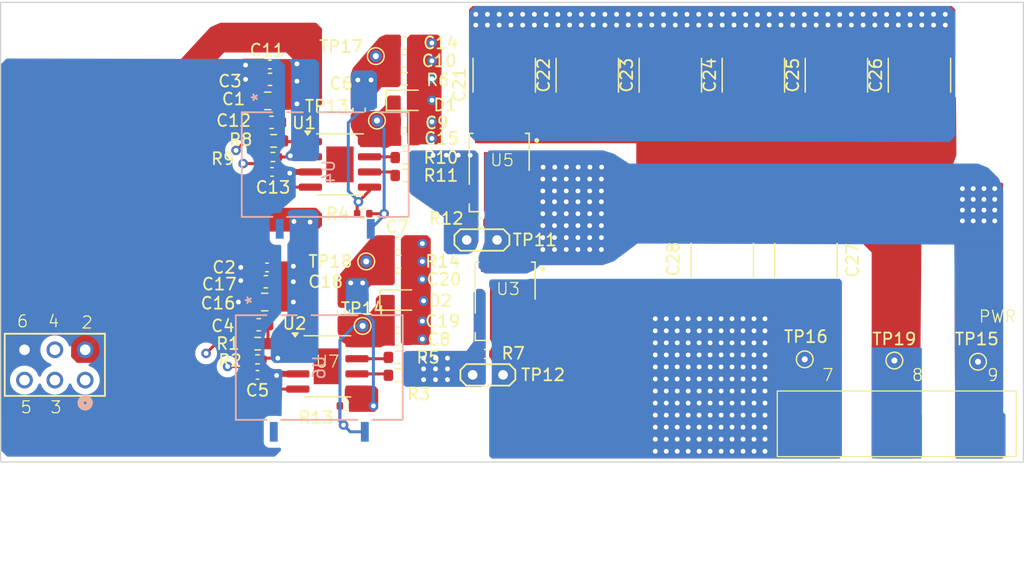
<source format=kicad_pcb>
(kicad_pcb (version 20240108) (generator "pcbnew") (generator_version "8.0")
  (layers (0 "F.Cu" signal) (1 "In1.Cu" signal) (2 "In2.Cu" signal) (31 "B.Cu" signal) (34 "B.Paste" user) (35 "F.Paste" user) (36 "B.SilkS" user "B.Silkscreen") (37 "F.SilkS" user "F.Silkscreen") (38 "B.Mask" user) (39 "F.Mask" user) (44 "Edge.Cuts" user))
  (net 0 "")
  (net 1 "DC+")
  (net 2 "DC-")
  (net 3 "VEEL")
  (net 4 "GND")
  (net 5 "Net-(U1-VO+)")
  (net 6 "ENABLEH")
  (net 7 "VEEH")
  (net 8 "Net-(U1-VI)")
  (net 9 "Net-(U1-VO-)")
  (net 10 "VCC+5V")
  (net 11 "VDDH")
  (net 12 "Net-(U2-VO+)")
  (net 13 "VDDL")
  (net 14 "Net-(U2-VI)")
  (net 15 "Net-(U2-VO-)")
  (net 16 "ENABLEL")
  (net 17 "SW")
  (net 18 "/VgL")
  (net 20 "/VgH")
  (net 22 "PWMH")
  (net 23 "PWML")
  (footprint "Capacitor_SMD:C_0402_1005Metric" (layer "F.Cu") (at 101.63 94.5 180)
    (property "Reference" "C11")
    (property "Value" "0.1u 50 V")
  )
  (footprint "Resistor_SMD:R_0402_1005Metric" (layer "F.Cu") (at 108 123.1)
    (property "Reference" "R13")
    (property "Value" "2.2k")
  )
  (footprint "Resistor_SMD:R_0603_1608Metric" (layer "F.Cu") (at 112.9 95.7 180)
    (property "Reference" "R6")
    (property "Value" "1k")
  )
  (footprint "Capacitor_SMD:C_2220_5750Metric" (layer "F.Cu") (at 142.1 95.4 90)
    (property "Reference" "C24")
    (property "Value" "0.1u 650 V")
  )
  (footprint "Resistor_SMD:R_0402_1005Metric" (layer "F.Cu") (at 119.75 118.75)
    (property "Reference" "R7")
    (property "Value" "10k")
  )
  (footprint "Capacitor_SMD:C_0603_1608Metric" (layer "F.Cu") (at 109.1 98.3 90)
    (property "Reference" "C6")
    (property "Value" "4.7u 16 V")
  )
  (footprint "TestPoint:TestPoint_THTPad_D1.0mm_Drill0.5mm" (layer "F.Cu") (at 109.4 116.4)
    (property "Reference" "TP14")
    (property "Value" "TestPoint")
  )
  (footprint "Capacitor_SMD:C_0603_1608Metric" (layer "F.Cu") (at 112.93 99.3)
    (property "Reference" "C9")
    (property "Value" "1u 50 V")
  )
  (footprint "Resistor_SMD:R_0603_1608Metric" (layer "F.Cu") (at 100.62 117.8848)
    (property "Reference" "R1")
    (property "Value" "0")
  )
  (footprint "Capacitor_SMD:C_2220_5750Metric" (layer "F.Cu") (at 156 95.4 90)
    (property "Reference" "C26")
    (property "Value" "0.1u 650 V")
  )
  (footprint "Capacitor_SMD:C_0603_1608Metric" (layer "F.Cu") (at 107.8 115.2 90)
    (property "Reference" "C18")
    (property "Value" "4.7u 16 V")
  )
  (footprint "TestPoint:TestPoint_THTPad_D1.0mm_Drill0.5mm" (layer "F.Cu") (at 160.9 119.4)
    (property "Reference" "TP15")
    (property "Value" "TestPoint")
  )
  (footprint "Capacitor_SMD:C_0603_1608Metric" (layer "F.Cu") (at 101.3 112.7 180)
    (property "Reference" "C17")
    (property "Value" "4.7u 16 V")
  )
  (footprint "Capacitor_SMD:C_2220_5750Metric" (layer "F.Cu") (at 146.5 110.9 -90)
    (property "Reference" "C27")
    (property "Value" "0.1u 650 V")
  )
  (footprint "Resistor_SMD:R_0402_1005Metric" (layer "F.Cu") (at 101.89 102.25 180)
    (property "Reference" "R9")
    (property "Value" "3.3k")
  )
  (footprint "TestPoint:TestPoint_THTPad_D1.0mm_Drill0.5mm" (layer "F.Cu") (at 110.6 99.2)
    (property "Reference" "TP13")
    (property "Value" "TestPoint")
  )
  (footprint "TestPoint:TestPoint_2Pads_Pitch2.54mm_Drill0.8mm" (layer "F.Cu") (at 121.15 120.5 180)
    (property "Reference" "TP12")
    (property "Value" "TestPoint_2Pole")
  )
  (footprint "Capacitor_SMD:C_0402_1005Metric" (layer "F.Cu") (at 101.82 103.5)
    (property "Reference" "C13")
    (property "Value" "0.1u 50 V")
  )
  (footprint "Resistor_SMD:R_0603_1608Metric" (layer "F.Cu") (at 112.95 102.3)
    (property "Reference" "R10")
    (property "Value" "10")
  )
  (footprint "TestPoint:TestPoint_THTPad_D1.0mm_Drill0.5mm" (layer "F.Cu") (at 109.7 111)
    (property "Reference" "TP18")
    (property "Value" "TestPoint")
  )
  (footprint "Package_SO:SOIC-8-1EP_3.9x4.9mm_P1.27mm_EP2.29x3mm" (layer "F.Cu") (at 107.5 102.8696)
    (property "Reference" "U1")
    (property "Value" "SI8271GB-IS")
  )
  (footprint "TestPoint:TestPoint_THTPad_D1.0mm_Drill0.5mm" (layer "F.Cu") (at 146.4 119.2)
    (property "Reference" "TP16")
    (property "Value" "TestPoint")
  )
  (footprint "Capacitor_SMD:C_2220_5750Metric" (layer "F.Cu") (at 149.05 95.4 90)
    (property "Reference" "C25")
    (property "Value" "0.1u 650 V")
  )
  (footprint "Resistor_SMD:R_0603_1608Metric" (layer "F.Cu") (at 112.95 103.8)
    (property "Reference" "R11")
    (property "Value" "2")
  )
  (footprint "Resistor_SMD:R_0402_1005Metric" (layer "F.Cu") (at 109.45 107 180)
    (property "Reference" "R4")
    (property "Value" "2.2k")
  )
  (footprint "Resistor_SMD:R_0402_1005Metric" (layer "F.Cu") (at 100.6 119.2 180)
    (property "Reference" "R2")
    (property "Value" "3.3k")
  )
  (footprint "Capacitor_SMD:C_0603_1608Metric" (layer "F.Cu") (at 112.4 109.5)
    (property "Reference" "C7")
    (property "Value" "1u 50 V")
  )
  (footprint "Capacitor_SMD:C_2220_5750Metric" (layer "F.Cu") (at 128.2 95.4 90)
    (property "Reference" "C22")
    (property "Value" "0.1u 650 V")
  )
  (footprint "Resistor_SMD:R_0603_1608Metric" (layer "F.Cu") (at 112.38 120.5348)
    (property "Reference" "R3")
    (property "Value" "2")
  )
  (footprint "Capacitor_SMD:C_0603_1608Metric" (layer "F.Cu") (at 112.33 116)
    (property "Reference" "C19")
    (property "Value" "1u 50 V")
  )
  (footprint "Capacitor_SMD:C_0603_1608Metric" (layer "F.Cu") (at 112.925 92.7)
    (property "Reference" "C14")
    (property "Value" "1u 50 V")
  )
  (footprint "Capacitor_SMD:C_0402_1005Metric" (layer "F.Cu") (at 100.6 120.5)
    (property "Reference" "C5")
    (property "Value" "0.1u 50 V")
  )
  (footprint "TestPoint:TestPoint_THTPad_D1.0mm_Drill0.5mm" (layer "F.Cu") (at 110.5 93.8)
    (property "Reference" "TP17")
    (property "Value" "TestPoint")
  )
  (footprint "Resistor_SMD:R_0603_1608Metric" (layer "F.Cu") (at 101.95 100.9)
    (property "Reference" "R8")
    (property "Value" "0")
  )
  (footprint "Capacitor_SMD:C_0805_2012Metric" (layer "F.Cu") (at 101.2 114.4 180)
    (property "Reference" "C16")
    (property "Value" "10u")
  )
  (footprint "Capacitor_SMD:C_0603_1608Metric" (layer "F.Cu") (at 112.95 100.8)
    (property "Reference" "C15")
    (property "Value" "1u 50 V")
  )
  (footprint "Capacitor_SMD:C_0603_1608Metric" (layer "F.Cu") (at 101.775 99.35 180)
    (property "Reference" "C12")
    (property "Value" "22p")
  )
  (footprint "Resistor_SMD:R_0402_1005Metric" (layer "F.Cu") (at 119.25 107.75)
    (property "Reference" "R12")
    (property "Value" "10k")
  )
  (footprint "Capacitor_SMD:C_0603_1608Metric" (layer "F.Cu") (at 101.65 95.75 180)
    (property "Reference" "C3")
    (property "Value" "4.7u 16 V")
  )
  (footprint "Capacitor_SMD:C_2220_5750Metric" (layer "F.Cu") (at 121.25 95.4 90)
    (property "Reference" "C21")
    (property "Value" "0.1u 650 V")
  )
  (footprint "Capacitor_SMD:C_0603_1608Metric" (layer "F.Cu") (at 112.9 94.2 180)
    (property "Reference" "C10")
    (property "Value" "1u 50 V")
  )
  (footprint "Capacitor_SMD:C_2220_5750Metric" (layer "F.Cu") (at 139.5 110.9 -90)
    (property "Reference" "C28")
    (property "Value" "0.1u 650 V")
  )
  (footprint "Capacitor_SMD:C_0603_1608Metric" (layer "F.Cu") (at 100.7 116.3 180)
    (property "Reference" "C4")
    (property "Value" "22p")
  )
  (footprint "Capacitor_SMD:C_2220_5750Metric" (layer "F.Cu") (at 135.15 95.4 90)
    (property "Reference" "C23")
    (property "Value" "0.1u 650 V")
  )
  (footprint "Capacitor_SMD:C_0805_2012Metric" (layer "F.Cu") (at 101.45 97.55 180)
    (property "Reference" "C1")
    (property "Value" "10u")
  )
  (footprint "Capacitor_SMD:C_0603_1608Metric" (layer "F.Cu") (at 112.38 117.5348)
    (property "Reference" "C8")
    (property "Value" "1u 50 V")
  )
  (footprint "Diode_SMD:D_SOD-323" (layer "F.Cu") (at 113 97.5)
    (property "Reference" "D1")
    (property "Value" "5.8")
  )
  (footprint "TestPoint:TestPoint_THTPad_D1.0mm_Drill0.5mm" (layer "F.Cu") (at 153.9 119.3)
    (property "Reference" "TP19")
    (property "Value" "TestPoint")
  )
  (footprint "DB_MB_conn:DB_to_MB_conn" (layer "F.Cu") (at 81.1 118.4)
    (property "Reference" "U7")
    (property "Value" "~")
  )
  (footprint "GS61004B:GS6XXX4B" (layer "F.Cu") (at 121.075 103.365)
    (property "Reference" "U5")
    (property "Value" "GS61004B")
  )
  (footprint "GS61004B:GS6XXX4B" (layer "F.Cu") (at 121.575 114.15)
    (property "Reference" "U3")
    (property "Value" "GS61004B")
  )
  (footprint "Diode_SMD:D_SOD-323" (layer "F.Cu") (at 112.45 114.2296)
    (property "Reference" "D2")
    (property "Value" "5.8")
  )
  (footprint "TestPoint:TestPoint_2Pads_Pitch2.54mm_Drill0.8mm" (layer "F.Cu") (at 120.65 109.2 180)
    (property "Reference" "TP11")
    (property "Value" "TestPoint_2Pole")
  )
  (footprint "Capacitor_SMD:C_0402_1005Metric" (layer "F.Cu") (at 101.4 111.5 180)
    (property "Reference" "C2")
    (property "Value" "0.1u 50 V")
  )
  (footprint "Resistor_SMD:R_0603_1608Metric" (layer "F.Cu") (at 112.37 111.01 180)
    (property "Reference" "R14")
    (property "Value" "1k")
  )
  (footprint "Capacitor_SMD:C_0603_1608Metric" (layer "F.Cu") (at 112.395 112.5 180)
    (property "Reference" "C20")
    (property "Value" "1u 50 V")
  )
  (footprint "Package_SO:SOIC-8-1EP_3.9x4.9mm_P1.27mm_EP2.29x3mm" (layer "F.Cu") (at 106.45 119.7848)
    (property "Reference" "U2")
    (property "Value" "SI8271GB-IS")
  )
  (footprint "Resistor_SMD:R_0603_1608Metric" (layer "F.Cu") (at 112.38 119.0348)
    (property "Reference" "R5")
    (property "Value" "10")
  )
  (footprint "Daughter:IES0105S09" (layer "B.Cu") (at 106.27 102.8848 -90)
    (property "Reference" "U4")
    (property "Value" "IES0105S09")
  )
  (footprint "Daughter:IES0105S09" (layer "B.Cu") (at 105.77 119.8848 -90)
    (property "Reference" "U6")
    (property "Value" "IES0105S09")
  )
  (gr_rect (start 79.1 89.3) (end 164.7 127.8) (stroke (width 0.1)) (fill none) (layer "Edge.Cuts"))
  (segment (start 145.913 126) (end 145.913 125.2429) (width 0.25) (layer "F.Cu") (net 2))
  (segment (start 145.1559 126) (end 145.913 126) (width 0.25) (layer "F.Cu") (net 2))
  (segment (start 146.2429 124.913) (end 147 124.913) (width 0.25) (layer "F.Cu") (net 2))
  (segment (start 145.913 125.2429) (end 146.2429 124.913) (width 0.25) (layer "F.Cu") (net 2))
  (via (at 135.727276 121.85454) (size 0.8) (drill 0.4) (layers "F.Cu" "B.Cu") (net 2))
  (via (at 133.890914 125.8909) (size 0.8) (drill 0.4) (layers "F.Cu" "B.Cu") (net 2))
  (via (at 139.4 125.8909) (size 0.8) (drill 0.4) (layers "F.Cu" "B.Cu") (net 2))
  (via (at 136.645457 125.8909) (size 0.8) (drill 0.4) (layers "F.Cu" "B.Cu") (net 2))
  (via (at 114.4 116) (size 0.8) (drill 0.4) (layers "F.Cu" "B.Cu") (net 2))
  (via (at 143.072724 116.80909) (size 0.8) (drill 0.4) (layers "F.Cu" "B.Cu") (net 2))
  (via (at 137.563638 126.89999) (size 0.8) (drill 0.4) (layers "F.Cu" "B.Cu") (net 2))
  (via (at 140.4775 90.3) (size 0.8) (drill 0.4) (layers "F.Cu" "B.Cu") (net 2))
  (via (at 142.154543 125.8909) (size 0.8) (drill 0.4) (layers "F.Cu" "B.Cu") (net 2))
  (via (at 140.318181 122.86363) (size 0.8) (drill 0.4) (layers "F.Cu" "B.Cu") (net 2))
  (via (at 142.154543 118.82727) (size 0.8) (drill 0.4) (layers "F.Cu" "B.Cu") (net 2))
  (via (at 118.8625 91.2) (size 0.8) (drill 0.4) (layers "F.Cu" "B.Cu") (net 2))
  (via (at 139.4 117.81818) (size 0.8) (drill 0.4) (layers "F.Cu" "B.Cu") (net 2))
  (via (at 135.727276 125.8909) (size 0.8) (drill 0.4) (layers "F.Cu" "B.Cu") (net 2))
  (via (at 138.481819 116.80909) (size 0.8) (drill 0.4) (layers "F.Cu" "B.Cu") (net 2))
  (via (at 150.3025 90.3) (size 0.8) (drill 0.4) (layers "F.Cu" "B.Cu") (net 2))
  (via (at 140.318181 124.88181) (size 0.8) (drill 0.4) (layers "F.Cu" "B.Cu") (net 2))
  (via (at 142.154543 117.81818) (size 0.8) (drill 0.4) (layers "F.Cu" "B.Cu") (net 2))
  (via (at 141.46 90.3) (size 0.8) (drill 0.4) (layers "F.Cu" "B.Cu") (net 2))
  (via (at 137.563638 117.81818) (size 0.8) (drill 0.4) (layers "F.Cu" "B.Cu") (net 2))
  (via (at 143.425 90.3) (size 0.8) (drill 0.4) (layers "F.Cu" "B.Cu") (net 2))
  (via (at 129.67 91.2) (size 0.8) (drill 0.4) (layers "F.Cu" "B.Cu") (net 2))
  (via (at 154.2325 91.2) (size 0.8) (drill 0.4) (layers "F.Cu" "B.Cu") (net 2))
  (via (at 140.318181 115.8) (size 0.8) (drill 0.4) (layers "F.Cu" "B.Cu") (net 2))
  (via (at 140.318181 121.85454) (size 0.8) (drill 0.4) (layers "F.Cu" "B.Cu") (net 2))
  (via (at 135.727276 115.8) (size 0.8) (drill 0.4) (layers "F.Cu" "B.Cu") (net 2))
  (via (at 135.727276 124.88181) (size 0.8) (drill 0.4) (layers "F.Cu" "B.Cu") (net 2))
  (via (at 122.7925 91.2) (size 0.8) (drill 0.4) (layers "F.Cu" "B.Cu") (net 2))
  (via (at 155.215 90.3) (size 0.8) (drill 0.4) (layers "F.Cu" "B.Cu") (net 2))
  (via (at 138.481819 126.89999) (size 0.8) (drill 0.4) (layers "F.Cu" "B.Cu") (net 2))
  (via (at 138.5125 91.2) (size 0.8) (drill 0.4) (layers "F.Cu" "B.Cu") (net 2))
  (via (at 134.809095 123.87272) (size 0.8) (drill 0.4) (layers "F.Cu" "B.Cu") (net 2))
  (via (at 123.775 91.2) (size 0.8) (drill 0.4) (layers "F.Cu" "B.Cu") (net 2))
  (via (at 127.705 90.3) (size 0.8) (drill 0.4) (layers "F.Cu" "B.Cu") (net 2))
  (via (at 133.890914 115.8) (size 0.8) (drill 0.4) (layers "F.Cu" "B.Cu") (net 2))
  (via (at 122.7925 90.3) (size 0.8) (drill 0.4) (layers "F.Cu" "B.Cu") (net 2))
  (via (at 121.81 91.2) (size 0.8) (drill 0.4) (layers "F.Cu" "B.Cu") (net 2))
  (via (at 134.809095 118.82727) (size 0.8) (drill 0.4) (layers "F.Cu" "B.Cu") (net 2))
  (via (at 128.6875 91.2) (size 0.8) (drill 0.4) (layers "F.Cu" "B.Cu") (net 2))
  (via (at 114.4 112.5) (size 0.8) (drill 0.4) (layers "F.Cu" "B.Cu") (net 2))
  (via (at 139.4 119.83636) (size 0.8) (drill 0.4) (layers "F.Cu" "B.Cu") (net 2))
  (via (at 141.46 91.2) (size 0.8) (drill 0.4) (layers "F.Cu" "B.Cu") (net 2))
  (via (at 121.81 90.3) (size 0.8) (drill 0.4) (layers "F.Cu" "B.Cu") (net 2))
  (via (at 141.236362 123.87272) (size 0.8) (drill 0.4) (layers "F.Cu" "B.Cu") (net 2))
  (via (at 136.645457 121.85454) (size 0.8) (drill 0.4) (layers "F.Cu" "B.Cu") (net 2))
  (via (at 141.236362 116.80909) (size 0.8) (drill 0.4) (layers "F.Cu" "B.Cu") (net 2))
  (via (at 149.32 90.3) (size 0.8) (drill 0.4) (layers "F.Cu" "B.Cu") (net 2))
  (via (at 153.25 90.3) (size 0.8) (drill 0.4) (layers "F.Cu" "B.Cu") (net 2))
  (via (at 143.072724 122.86363) (size 0.8) (drill 0.4) (layers "F.Cu" "B.Cu") (net 2))
  (via (at 143.425 91.2) (size 0.8) (drill 0.4) (layers "F.Cu" "B.Cu") (net 2))
  (via (at 136.645457 120.84545) (size 0.8) (drill 0.4) (layers "F.Cu" "B.Cu") (net 2))
  (via (at 138.481819 118.82727) (size 0.8) (drill 0.4) (layers "F.Cu" "B.Cu") (net 2))
  (via (at 141.236362 115.8) (size 0.8) (drill 0.4) (layers "F.Cu" "B.Cu") (net 2))
  (via (at 157.18 90.3) (size 0.8) (drill 0.4) (layers "F.Cu" "B.Cu") (net 2))
  (via (at 125.74 90.3) (size 0.8) (drill 0.4) (layers "F.Cu" "B.Cu") (net 2))
  (via (at 130.6525 90.3) (size 0.8) (drill 0.4) (layers "F.Cu" "B.Cu") (net 2))
  (via (at 114.5 114.3) (size 0.8) (drill 0.4) (layers "F.Cu" "B.Cu") (net 2))
  (via (at 125.74 91.2) (size 0.8) (drill 0.4) (layers "F.Cu" "B.Cu") (net 2))
  (via (at 152.2675 90.3) (size 0.8) (drill 0.4) (layers "F.Cu" "B.Cu") (net 2))
  (via (at 141.236362 120.84545) (size 0.8) (drill 0.4) (layers "F.Cu" "B.Cu") (net 2))
  (via (at 139.4 123.87272) (size 0.8) (drill 0.4) (layers "F.Cu" "B.Cu") (net 2))
  (via (at 139.4 115.8) (size 0.8) (drill 0.4) (layers "F.Cu" "B.Cu") (net 2))
  (via (at 133.890914 120.84545) (size 0.8) (drill 0.4) (layers "F.Cu" "B.Cu") (net 2))
  (via (at 133.890914 121.85454) (size 0.8) (drill 0.4) (layers "F.Cu" "B.Cu") (net 2))
  (via (at 151.285 90.3) (size 0.8) (drill 0.4) (layers "F.Cu" "B.Cu") (net 2))
  (via (at 126.7225 91.2) (size 0.8) (drill 0.4) (layers "F.Cu" "B.Cu") (net 2))
  (via (at 118.8625 90.3) (size 0.8) (drill 0.4) (layers "F.Cu" "B.Cu") (net 2))
  (via (at 134.809095 115.8) (size 0.8) (drill 0.4) (layers "F.Cu" "B.Cu") (net 2))
  (via (at 133.890914 118.82727) (size 0.8) (drill 0.4) (layers "F.Cu" "B.Cu") (net 2))
  (via (at 136.645457 117.81818) (size 0.8) (drill 0.4) (layers "F.Cu" "B.Cu") (net 2))
  (via (at 134.809095 121.85454) (size 0.8) (drill 0.4) (layers "F.Cu" "B.Cu") (net 2))
  (via (at 134.809095 122.86363) (size 0.8) (drill 0.4) (layers "F.Cu" "B.Cu") (net 2))
  (via (at 140.318181 117.81818) (size 0.8) (drill 0.4) (layers "F.Cu" "B.Cu") (net 2))
  (via (at 139.4 122.86363) (size 0.8) (drill 0.4) (layers "F.Cu" "B.Cu") (net 2))
  (via (at 140.4775 91.2) (size 0.8) (drill 0.4) (layers "F.Cu" "B.Cu") (net 2))
  (via (at 138.481819 125.8909) (size 0.8) (drill 0.4) (layers "F.Cu" "B.Cu") (net 2))
  (via (at 133.890914 116.80909) (size 0.8) (drill 0.4) (layers "F.Cu" "B.Cu") (net 2))
  (via (at 136.645457 119.83636) (size 0.8) (drill 0.4) (layers "F.Cu" "B.Cu") (net 2))
  (via (at 139.495 90.3) (size 0.8) (drill 0.4) (layers "F.Cu" "B.Cu") (net 2))
  (via (at 137.563638 118.82727) (size 0.8) (drill 0.4) (layers "F.Cu" "B.Cu") (net 2))
  (via (at 137.563638 115.8) (size 0.8) (drill 0.4) (layers "F.Cu" "B.Cu") (net 2))
  (via (at 140.318181 123.87272) (size 0.8) (drill 0.4) (layers "F.Cu" "B.Cu") (net 2))
  (via (at 139.4 116.80909) (size 0.8) (drill 0.4) (layers "F.Cu" "B.Cu") (net 2))
  (via (at 129.67 90.3) (size 0.8) (drill 0.4) (layers "F.Cu" "B.Cu") (net 2))
  (via (at 142.154543 119.83636) (size 0.8) (drill 0.4) (layers "F.Cu" "B.Cu") (net 2))
  (via (at 139.4 120.84545) (size 0.8) (drill 0.4) (layers "F.Cu" "B.Cu") (net 2))
  (via (at 114.4 109.5) (size 0.8) (drill 0.4) (layers "F.Cu" "B.Cu") (net 2))
  (via (at 133.890914 126.89999) (size 0.8) (drill 0.4) (layers "F.Cu" "B.Cu") (net 2))
  (via (at 138.481819 124.88181) (size 0.8) (drill 0.4) (layers "F.Cu" "B.Cu") (net 2))
  (via (at 148.3375 91.2) (size 0.8) (drill 0.4) (layers "F.Cu" "B.Cu") (net 2))
  (via (at 157.18 91.2) (size 0.8) (drill 0.4) (layers "F.Cu" "B.Cu") (net 2))
  (via (at 124.7575 90.3) (size 0.8) (drill 0.4) (layers "F.Cu" "B.Cu") (net 2))
  (via (at 142.4425 91.2) (size 0.8) (drill 0.4) (layers "F.Cu" "B.Cu") (net 2))
  (via (at 137.53 90.3) (size 0.8) (drill 0.4) (layers "F.Cu" "B.Cu") (net 2))
  (via (at 134.809095 125.8909) (size 0.8) (drill 0.4) (layers "F.Cu" "B.Cu") (net 2))
  (via (at 139.4 126.89999) (size 0.8) (drill 0.4) (layers "F.Cu" "B.Cu") (net 2))
  (via (at 135.727276 116.80909) (size 0.8) (drill 0.4) (layers "F.Cu" "B.Cu") (net 2))
  (via (at 140.318181 116.80909) (size 0.8) (drill 0.4) (layers "F.Cu" "B.Cu") (net 2))
  (via (at 143.072724 115.8) (size 0.8) (drill 0.4) (layers "F.Cu" "B.Cu") (net 2))
  (via (at 134.809095 126.89999) (size 0.8) (drill 0.4) (layers "F.Cu" "B.Cu") (net 2))
  (via (at 136.645457 118.82727) (size 0.8) (drill 0.4) (layers "F.Cu" "B.Cu") (net 2))
  (via (at 133.6 91.2) (size 0.8) (drill 0.4) (layers "F.Cu" "B.Cu") (net 2))
  (via (at 137.563638 120.84545) (size 0.8) (drill 0.4) (layers "F.Cu" "B.Cu") (net 2))
  (via (at 135.565 90.3) (size 0.8) (drill 0.4) (layers "F.Cu" "B.Cu") (net 2))
  (via (at 139.4 121.85454) (size 0.8) (drill 0.4) (layers "F.Cu" "B.Cu") (net 2))
  (via (at 135.727276 123.87272) (size 0.8) (drill 0.4) (layers "F.Cu" "B.Cu") (net 2))
  (via (at 155.215 91.2) (size 0.8) (drill 0.4) (layers "F.Cu" "B.Cu") (net 2))
  (via (at 141.236362 125.8909) (size 0.8) (drill 0.4) (layers "F.Cu" "B.Cu") (net 2))
  (via (at 138.481819 117.81818) (size 0.8) (drill 0.4) (layers "F.Cu" "B.Cu") (net 2))
  (via (at 147.355 90.3) (size 0.8) (drill 0.4) (layers "F.Cu" "B.Cu") (net 2))
  (via (at 139.4 118.82727) (size 0.8) (drill 0.4) (layers "F.Cu" "B.Cu") (net 2))
  (via (at 136.645457 126.89999) (size 0.8) (drill 0.4) (layers "F.Cu" "B.Cu") (net 2))
  (via (at 137.563638 123.87272) (size 0.8) (drill 0.4) (layers "F.Cu" "B.Cu") (net 2))
  (via (at 141.236362 124.88181) (size 0.8) (drill 0.4) (layers "F.Cu" "B.Cu") (net 2))
  (via (at 140.318181 120.84545) (size 0.8) (drill 0.4) (layers "F.Cu" "B.Cu") (net 2))
  (via (at 143.072724 126.89999) (size 0.8) (drill 0.4) (layers "F.Cu" "B.Cu") (net 2))
  (via (at 156.1975 91.2) (size 0.8) (drill 0.4) (layers "F.Cu" "B.Cu") (net 2))
  (via (at 139.4 124.88181) (size 0.8) (drill 0.4) (layers "F.Cu" "B.Cu") (net 2))
  (via (at 144.4075 91.2) (size 0.8) (drill 0.4) (layers "F.Cu" "B.Cu") (net 2))
  (via (at 120.8275 90.3) (size 0.8) (drill 0.4) (layers "F.Cu" "B.Cu") (net 2))
  (via (at 153.25 91.2) (size 0.8) (drill 0.4) (layers "F.Cu" "B.Cu") (net 2))
  (via (at 137.563638 124.88181) (size 0.8) (drill 0.4) (layers "F.Cu" "B.Cu") (net 2))
  (via (at 134.809095 119.83636) (size 0.8) (drill 0.4) (layers "F.Cu" "B.Cu") (net 2))
  (via (at 120.8275 91.2) (size 0.8) (drill 0.4) (layers "F.Cu" "B.Cu") (net 2))
  (via (at 136.645457 116.80909) (size 0.8) (drill 0.4) (layers "F.Cu" "B.Cu") (net 2))
  (via (at 133.890914 124.88181) (size 0.8) (drill 0.4) (layers "F.Cu" "B.Cu") (net 2))
  (via (at 144.4075 90.3) (size 0.8) (drill 0.4) (layers "F.Cu" "B.Cu") (net 2))
  (via (at 148.3375 90.3) (size 0.8) (drill 0.4) (layers "F.Cu" "B.Cu") (net 2))
  (via (at 141.236362 122.86363) (size 0.8) (drill 0.4) (layers "F.Cu" "B.Cu") (net 2))
  (via (at 119.845 91.2) (size 0.8) (drill 0.4) (layers "F.Cu" "B.Cu") (net 2))
  (via (at 124.7575 91.2) (size 0.8) (drill 0.4) (layers "F.Cu" "B.Cu") (net 2))
  (via (at 135.727276 118.82727) (size 0.8) (drill 0.4) (layers "F.Cu" "B.Cu") (net 2))
  (via (at 134.809095 120.84545) (size 0.8) (drill 0.4) (layers "F.Cu" "B.Cu") (net 2))
  (via (at 136.5475 90.3) (size 0.8) (drill 0.4) (layers "F.Cu" "B.Cu") (net 2))
  (via (at 140.318181 125.8909) (size 0.8) (drill 0.4) (layers "F.Cu" "B.Cu") (net 2))
  (via (at 133.890914 117.81818) (size 0.8) (drill 0.4) (layers "F.Cu" "B.Cu") (net 2))
  (via (at 137.53 91.2) (size 0.8) (drill 0.4) (layers "F.Cu" "B.Cu") (net 2))
  (via (at 142.154543 124.88181) (size 0.8) (drill 0.4) (layers "F.Cu" "B.Cu") (net 2))
  (via (at 158.1625 90.3) (size 0.8) (drill 0.4) (layers "F.Cu" "B.Cu") (net 2))
  (via (at 138.481819 121.85454) (size 0.8) (drill 0.4) (layers "F.Cu" "B.Cu") (net 2))
  (via (at 146.3725 90.3) (size 0.8) (drill 0.4) (layers "F.Cu" "B.Cu") (net 2))
  (via (at 154.2325 90.3) (size 0.8) (drill 0.4) (layers "F.Cu" "B.Cu") (net 2))
  (via (at 139.495 91.2) (size 0.8) (drill 0.4) (layers "F.Cu" "B.Cu") (net 2))
  (via (at 142.154543 126.89999) (size 0.8) (drill 0.4) (layers "F.Cu" "B.Cu") (net 2))
  (via (at 138.481819 122.86363) (size 0.8) (drill 0.4) (layers "F.Cu" "B.Cu") (net 2))
  (via (at 138.481819 115.8) (size 0.8) (drill 0.4) (layers "F.Cu" "B.Cu") (net 2))
  (via (at 142.154543 123.87272) (size 0.8) (drill 0.4) (layers "F.Cu" "B.Cu") (net 2))
  (via (at 143.072724 124.88181) (size 0.8) (drill 0.4) (layers "F.Cu" "B.Cu") (net 2))
  (via (at 142.4425 90.3) (size 0.8) (drill 0.4) (layers "F.Cu" "B.Cu") (net 2))
  (via (at 136.645457 122.86363) (size 0.8) (drill 0.4) (layers "F.Cu" "B.Cu") (net 2))
  (via (at 136.5475 91.2) (size 0.8) (drill 0.4) (layers "F.Cu" "B.Cu") (net 2))
  (via (at 138.481819 120.84545) (size 0.8) (drill 0.4) (layers "F.Cu" "B.Cu") (net 2))
  (via (at 135.727276 120.84545) (size 0.8) (drill 0.4) (layers "F.Cu" "B.Cu") (net 2))
  (via (at 135.727276 119.83636) (size 0.8) (drill 0.4) (layers "F.Cu" "B.Cu") (net 2))
  (via (at 147.355 91.2) (size 0.8) (drill 0.4) (layers "F.Cu" "B.Cu") (net 2))
  (via (at 143.072724 121.85454) (size 0.8) (drill 0.4) (layers "F.Cu" "B.Cu") (net 2))
  (via (at 143.072724 120.84545) (size 0.8) (drill 0.4) (layers "F.Cu" "B.Cu") (net 2))
  (via (at 138.481819 123.87272) (size 0.8) (drill 0.4) (layers "F.Cu" "B.Cu") (net 2))
  (via (at 114.4 111) (size 0.8) (drill 0.4) (layers "F.Cu" "B.Cu") (net 2))
  (via (at 133.890914 122.86363) (size 0.8) (drill 0.4) (layers "F.Cu" "B.Cu") (net 2))
  (via (at 142.154543 122.86363) (size 0.8) (drill 0.4) (layers "F.Cu" "B.Cu") (net 2))
  (via (at 135.727276 126.89999) (size 0.8) (drill 0.4) (layers "F.Cu" "B.Cu") (net 2))
  (via (at 141.236362 117.81818) (size 0.8) (drill 0.4) (layers "F.Cu" "B.Cu") (net 2))
  (via (at 142.154543 120.84545) (size 0.8) (drill 0.4) (layers "F.Cu" "B.Cu") (net 2))
  (via (at 128.6875 90.3) (size 0.8) (drill 0.4) (layers "F.Cu" "B.Cu") (net 2))
  (via (at 131.635 90.3) (size 0.8) (drill 0.4) (layers "F.Cu" "B.Cu") (net 2))
  (via (at 152.2675 91.2) (size 0.8) (drill 0.4) (layers "F.Cu" "B.Cu") (net 2))
  (via (at 133.890914 119.83636) (size 0.8) (drill 0.4) (layers "F.Cu" "B.Cu") (net 2))
  (via (at 135.727276 117.81818) (size 0.8) (drill 0.4) (layers "F.Cu" "B.Cu") (net 2))
  (via (at 134.5825 90.3) (size 0.8) (drill 0.4) (layers "F.Cu" "B.Cu") (net 2))
  (via (at 138.5125 90.3) (size 0.8) (drill 0.4) (layers "F.Cu" "B.Cu") (net 2))
  (via (at 150.3025 91.2) (size 0.8) (drill 0.4) (layers "F.Cu" "B.Cu") (net 2))
  (via (at 136.645457 115.8) (size 0.8) (drill 0.4) (layers "F.Cu" "B.Cu") (net 2))
  (via (at 143.072724 123.87272) (size 0.8) (drill 0.4) (layers "F.Cu" "B.Cu") (net 2))
  (via (at 134.809095 124.88181) (size 0.8) (drill 0.4) (layers "F.Cu" "B.Cu") (net 2))
  (via (at 142.154543 115.8) (size 0.8) (drill 0.4) (layers "F.Cu" "B.Cu") (net 2))
  (via (at 133.6 90.3) (size 0.8) (drill 0.4) (layers "F.Cu" "B.Cu") (net 2))
  (via (at 141.236362 121.85454) (size 0.8) (drill 0.4) (layers "F.Cu" "B.Cu") (net 2))
  (via (at 134.809095 116.80909) (size 0.8) (drill 0.4) (layers "F.Cu" "B.Cu") (net 2))
  (via (at 135.727276 122.86363) (size 0.8) (drill 0.4) (layers "F.Cu" "B.Cu") (net 2))
  (via (at 135.565 91.2) (size 0.8) (drill 0.4) (layers "F.Cu" "B.Cu") (net 2))
  (via (at 142.154543 116.80909) (size 0.8) (drill 0.4) (layers "F.Cu" "B.Cu") (net 2))
  (via (at 130.6525 91.2) (size 0.8) (drill 0.4) (layers "F.Cu" "B.Cu") (net 2))
  (via (at 140.318181 119.83636) (size 0.8) (drill 0.4) (layers "F.Cu" "B.Cu") (net 2))
  (via (at 140.318181 126.89999) (size 0.8) (drill 0.4) (layers "F.Cu" "B.Cu") (net 2))
  (via (at 134.809095 117.81818) (size 0.8) (drill 0.4) (layers "F.Cu" "B.Cu") (net 2))
  (via (at 137.563638 116.80909) (size 0.8) (drill 0.4) (layers "F.Cu" "B.Cu") (net 2))
  (via (at 140.318181 118.82727) (size 0.8) (drill 0.4) (layers "F.Cu" "B.Cu") (net 2))
  (via (at 156.1975 90.3) (size 0.8) (drill 0.4) (layers "F.Cu" "B.Cu") (net 2))
  (via (at 137.563638 125.8909) (size 0.8) (drill 0.4) (layers "F.Cu" "B.Cu") (net 2))
  (via (at 142.154543 121.85454) (size 0.8) (drill 0.4) (layers "F.Cu" "B.Cu") (net 2))
  (via (at 114.4 117.5) (size 0.8) (drill 0.4) (layers "F.Cu" "B.Cu") (net 2))
  (via (at 132.6175 91.2) (size 0.8) (drill 0.4) (layers "F.Cu" "B.Cu") (net 2))
  (via (at 119.845 90.3) (size 0.8) (drill 0.4) (layers "F.Cu" "B.Cu") (net 2))
  (via (at 123.775 90.3) (size 0.8) (drill 0.4) (layers "F.Cu" "B.Cu") (net 2))
  (via (at 141.236362 118.82727) (size 0.8) (drill 0.4) (layers "F.Cu" "B.Cu") (net 2))
  (via (at 158.1625 91.2) (size 0.8) (drill 0.4) (layers "F.Cu" "B.Cu") (net 2))
  (via (at 146.3725 91.2) (size 0.8) (drill 0.4) (layers "F.Cu" "B.Cu") (net 2))
  (via (at 137.563638 121.85454) (size 0.8) (drill 0.4) (layers "F.Cu" "B.Cu") (net 2))
  (via (at 145.39 90.3) (size 0.8) (drill 0.4) (layers "F.Cu" "B.Cu") (net 2))
  (via (at 138.481819 119.83636) (size 0.8) (drill 0.4) (layers "F.Cu" "B.Cu") (net 2))
  (via (at 151.285 91.2) (size 0.8) (drill 0.4) (layers "F.Cu" "B.Cu") (net 2))
  (via (at 137.563638 122.86363) (size 0.8) (drill 0.4) (layers "F.Cu" "B.Cu") (net 2))
  (via (at 126.7225 90.3) (size 0.8) (drill 0.4) (layers "F.Cu" "B.Cu") (net 2))
  (via (at 136.645457 123.87272) (size 0.8) (drill 0.4) (layers "F.Cu" "B.Cu") (net 2))
  (via (at 141.236362 126.89999) (size 0.8) (drill 0.4) (layers "F.Cu" "B.Cu") (net 2))
  (via (at 143.072724 125.8909) (size 0.8) (drill 0.4) (layers "F.Cu" "B.Cu") (net 2))
  (via (at 141.236362 119.83636) (size 0.8) (drill 0.4) (layers "F.Cu" "B.Cu") (net 2))
  (via (at 131.635 91.2) (size 0.8) (drill 0.4) (layers "F.Cu" "B.Cu") (net 2))
  (via (at 143.072724 117.81818) (size 0.8) (drill 0.4) (layers "F.Cu" "B.Cu") (net 2))
  (via (at 134.5825 91.2) (size 0.8) (drill 0.4) (layers "F.Cu" "B.Cu") (net 2))
  (via (at 143.072724 119.83636) (size 0.8) (drill 0.4) (layers "F.Cu" "B.Cu") (net 2))
  (via (at 143.072724 118.82727) (size 0.8) (drill 0.4) (layers "F.Cu" "B.Cu") (net 2))
  (via (at 127.705 91.2) (size 0.8) (drill 0.4) (layers "F.Cu" "B.Cu") (net 2))
  (via (at 133.890914 123.87272) (size 0.8) (drill 0.4) (layers "F.Cu" "B.Cu") (net 2))
  (via (at 137.563638 119.83636) (size 0.8) (drill 0.4) (layers "F.Cu" "B.Cu") (net 2))
  (via (at 149.32 91.2) (size 0.8) (drill 0.4) (layers "F.Cu" "B.Cu") (net 2))
  (via (at 136.645457 124.88181) (size 0.8) (drill 0.4) (layers "F.Cu" "B.Cu") (net 2))
  (via (at 132.6175 90.3) (size 0.8) (drill 0.4) (layers "F.Cu" "B.Cu") (net 2))
  (via (at 145.39 91.2) (size 0.8) (drill 0.4) (layers "F.Cu" "B.Cu") (net 2))
  (via (at 110.3 123.1) (size 0.8) (drill 0.4) (layers "F.Cu" "B.Cu") (net 3))
  (via (at 108.4 112.8) (size 0.8) (drill 0.4) (layers "F.Cu" "B.Cu") (net 3))
  (via (at 109.4 112.8) (size 0.8) (drill 0.4) (layers "F.Cu" "B.Cu") (net 3))
  (segment (start 109.58 115.28) (end 109.58 114.5) (width 0.25) (layer "B.Cu") (net 3))
  (segment (start 110.3 123.1) (end 110.3 116) (width 0.25) (layer "B.Cu") (net 3))
  (segment (start 110.3 116) (end 109.58 115.28) (width 0.25) (layer "B.Cu") (net 3))
  (segment (start 102.3 103.5) (end 103.2 103.5) (width 0.5) (layer "F.Cu") (net 4))
  (segment (start 103.3954 103.5046) (end 103.3 103.6) (width 0.5) (layer "F.Cu") (net 4))
  (segment (start 101.08 120.5) (end 102.15 120.5) (width 0.5) (layer "F.Cu") (net 4))
  (segment (start 102.15 120.5) (end 102.2 120.55) (width 0.5) (layer "F.Cu") (net 4))
  (segment (start 102.3302 120.4198) (end 102.2 120.55) (width 0.5) (layer "F.Cu") (net 4))
  (segment (start 103.975 120.4198) (end 102.3302 120.4198) (width 0.5) (layer "F.Cu") (net 4))
  (segment (start 103.2 103.5) (end 103.3 103.6) (width 0.5) (layer "F.Cu") (net 4))
  (segment (start 105.025 103.5046) (end 103.3954 103.5046) (width 0.5) (layer "F.Cu") (net 4))
  (via (at 99.6 95.75) (size 0.8) (drill 0.4) (layers "F.Cu" "B.Cu") (net 4))
  (via (at 102.2 120.55) (size 0.8) (drill 0.4) (layers "F.Cu" "B.Cu") (net 4))
  (via (at 99.2 111.5) (size 0.8) (drill 0.4) (layers "F.Cu" "B.Cu") (net 4))
  (via (at 99.2 112.6) (size 0.8) (drill 0.4) (layers "F.Cu" "B.Cu") (net 4))
  (via (at 99 114.4) (size 0.8) (drill 0.4) (layers "F.Cu" "B.Cu") (net 4))
  (via (at 99.6 94.55) (size 0.8) (drill 0.4) (layers "F.Cu" "B.Cu") (net 4))
  (via (at 103.3 103.6) (size 0.8) (drill 0.4) (layers "F.Cu" "B.Cu") (net 4))
  (segment (start 112.2846 102.2346) (end 112.35 102.3) (width 0.25) (layer "F.Cu") (net 5))
  (segment (start 109.975 102.2346) (end 112.2846 102.2346) (width 0.25) (layer "F.Cu") (net 5))
  (segment (start 101.34 103.5) (end 101.34 103.809999) (width 0.25) (layer "F.Cu") (net 6))
  (segment (start 100.4 102.8) (end 100.95 102.25) (width 0.25) (layer "F.Cu") (net 6))
  (segment (start 101.1 103.5) (end 100.4 102.8) (width 0.25) (layer "F.Cu") (net 6))
  (segment (start 101.34 103.809999) (end 102.304601 104.7746) (width 0.25) (layer "F.Cu") (net 6))
  (segment (start 101.34 103.5) (end 101.1 103.5) (width 0.25) (layer "F.Cu") (net 6))
  (segment (start 100.95 102.25) (end 101.38 102.25) (width 0.25) (layer "F.Cu") (net 6))
  (segment (start 102.304601 104.7746) (end 105.025 104.7746) (width 0.25) (layer "F.Cu") (net 6))
  (segment (start 99.4 102.8) (end 100.4 102.8) (width 0.25) (layer "F.Cu") (net 6))
  (via (at 99.4 102.8) (size 0.8) (drill 0.4) (layers "F.Cu" "B.Cu") (net 6))
  (segment (start 109.975 105.075) (end 109.05 106) (width 0.25) (layer "F.Cu") (net 7))
  (segment (start 108.94 106.11) (end 109.05 106) (width 0.25) (layer "F.Cu") (net 7))
  (segment (start 108.94 107) (end 108.94 106.11) (width 0.25) (layer "F.Cu") (net 7))
  (segment (start 109.975 104.7746) (end 109.975 105.075) (width 0.25) (layer "F.Cu") (net 7))
  (via (at 109 95.8) (size 0.8) (drill 0.4) (layers "F.Cu" "B.Cu") (net 7))
  (via (at 110.1 95.8) (size 0.8) (drill 0.4) (layers "F.Cu" "B.Cu") (net 7))
  (via (at 109.05 106) (size 0.8) (drill 0.4) (layers "F.Cu" "B.Cu") (net 7))
  (segment (start 108.2 99.38) (end 108.2 105.1) (width 0.25) (layer "B.Cu") (net 7))
  (segment (start 110.08 97.5) (end 108.2 99.38) (width 0.25) (layer "B.Cu") (net 7))
  (segment (start 109.05 105.95) (end 109.05 106) (width 0.25) (layer "B.Cu") (net 7))
  (segment (start 108.2 105.1) (end 109.05 105.95) (width 0.25) (layer "B.Cu") (net 7))
  (segment (start 102.55 100.675) (end 102.775 100.9) (width 0.25) (layer "F.Cu") (net 8))
  (segment (start 104.98 100.9196) (end 105.025 100.9646) (width 0.25) (layer "F.Cu") (net 8))
  (segment (start 102.8396 100.9646) (end 102.775 100.9) (width 0.25) (layer "F.Cu") (net 8))
  (segment (start 105.025 100.9646) (end 102.8396 100.9646) (width 0.25) (layer "F.Cu") (net 8))
  (segment (start 102.55 99.35) (end 102.55 100.675) (width 0.25) (layer "F.Cu") (net 8))
  (segment (start 109.975 103.5046) (end 112.0546 103.5046) (width 0.25) (layer "F.Cu") (net 9))
  (segment (start 112.0546 103.5046) (end 112.35 103.8) (width 0.25) (layer "F.Cu") (net 9))
  (segment (start 102.4 102.25) (end 103.25 102.25) (width 0.25) (layer "F.Cu") (net 10))
  (segment (start 103.9252 119.1) (end 103.975 119.1498) (width 0.25) (layer "F.Cu") (net 10))
  (segment (start 103.25 102.25) (end 103.35 102.15) (width 0.25) (layer "F.Cu") (net 10))
  (segment (start 103.75 95.75) (end 103.9 95.9) (width 0.25) (layer "F.Cu") (net 10))
  (segment (start 101.21 119.1) (end 101.11 119.2) (width 0.25) (layer "F.Cu") (net 10))
  (segment (start 102.3 119.1) (end 103.9252 119.1) (width 0.25) (layer "F.Cu") (net 10))
  (segment (start 105.025 102.2346) (end 103.4346 102.2346) (width 0.25) (layer "F.Cu") (net 10))
  (segment (start 102.3 119.1) (end 101.21 119.1) (width 0.25) (layer "F.Cu") (net 10))
  (segment (start 105 107.7) (end 105.1 107.8) (width 0.5) (layer "F.Cu") (net 10))
  (segment (start 103.4346 102.2346) (end 103.35 102.15) (width 0.25) (layer "F.Cu") (net 10))
  (via (at 105 107.7) (size 0.8) (drill 0.4) (layers "F.Cu" "B.Cu") (net 10))
  (via (at 102.3 119.1) (size 0.8) (drill 0.4) (layers "F.Cu" "B.Cu") (net 10))
  (via (at 103.9 94.45) (size 0.8) (drill 0.4) (layers "F.Cu" "B.Cu") (net 10))
  (via (at 103.65 107.65) (size 0.8) (drill 0.4) (layers "F.Cu" "B.Cu") (net 10))
  (via (at 103.9 97.8) (size 0.8) (drill 0.4) (layers "F.Cu" "B.Cu") (net 10))
  (via (at 103.6 111.4) (size 0.8) (drill 0.4) (layers "F.Cu" "B.Cu") (net 10))
  (via (at 103.6 112.7) (size 0.8) (drill 0.4) (layers "F.Cu" "B.Cu") (net 10))
  (via (at 103.6 114.4) (size 0.8) (drill 0.4) (layers "F.Cu" "B.Cu") (net 10))
  (via (at 103.9 95.9) (size 0.8) (drill 0.4) (layers "F.Cu" "B.Cu") (net 10))
  (via (at 103.35 102.15) (size 0.8) (drill 0.4) (layers "F.Cu" "B.Cu") (net 10))
  (segment (start 112.2354 100.9646) (end 112.4 100.8) (width 0.25) (layer "F.Cu") (net 11))
  (segment (start 109.96 107) (end 111.2 107) (width 0.25) (layer "F.Cu") (net 11))
  (via (at 111.2 107) (size 0.8) (drill 0.4) (layers "F.Cu" "B.Cu") (net 11))
  (segment (start 111.2 107) (end 111.2 99.9) (width 0.25) (layer "B.Cu") (net 11))
  (segment (start 111.2 99.9) (end 110.6 99.3) (width 0.25) (layer "B.Cu") (net 11))
  (segment (start 110.08 108.2696) (end 111.2 107.1496) (width 0.25) (layer "B.Cu") (net 11))
  (segment (start 111.2 107.1496) (end 111.2 107) (width 0.25) (layer "B.Cu") (net 11))
  (segment (start 108.925 119.1498) (end 111.44 119.1498) (width 0.25) (layer "F.Cu") (net 12))
  (segment (start 111.44 119.1498) (end 111.555 119.0348) (width 0.25) (layer "F.Cu") (net 12))
  (segment (start 107.49 123.1) (end 107.49 124.39) (width 0.25) (layer "F.Cu") (net 13))
  (segment (start 107.49 124.39) (end 107.8 124.7) (width 0.25) (layer "F.Cu") (net 13))
  (via (at 107.8 124.7) (size 0.8) (drill 0.4) (layers "F.Cu" "B.Cu") (net 13))
  (segment (start 107.5 124.4) (end 107.5 117.6) (width 0.25) (layer "B.Cu") (net 13))
  (segment (start 108.3696 125.2696) (end 107.8 124.7) (width 0.25) (layer "B.Cu") (net 13))
  (segment (start 108.7 116.4) (end 109.4 116.4) (width 0.25) (layer "B.Cu") (net 13))
  (segment (start 109.58 125.2696) (end 108.3696 125.2696) (width 0.25) (layer "B.Cu") (net 13))
  (segment (start 107.8 124.7) (end 107.5 124.4) (width 0.25) (layer "B.Cu") (net 13))
  (segment (start 107.5 117.6) (end 108.7 116.4) (width 0.25) (layer "B.Cu") (net 13))
  (segment (start 101.475 117.8548) (end 101.445 117.8848) (width 0.25) (layer "F.Cu") (net 14))
  (segment (start 101.475 116.3) (end 101.475 117.8548) (width 0.25) (layer "F.Cu") (net 14))
  (segment (start 103.975 117.8798) (end 101.45 117.8798) (width 0.25) (layer "F.Cu") (net 14))
  (segment (start 101.45 117.8798) (end 101.445 117.8848) (width 0.25) (layer "F.Cu") (net 14))
  (segment (start 108.925 120.4198) (end 111.44 120.4198) (width 0.25) (layer "F.Cu") (net 15))
  (segment (start 111.44 120.4198) (end 111.555 120.5348) (width 0.25) (layer "F.Cu") (net 15))
  (segment (start 99.49 119.8) (end 100.09 119.2) (width 0.25) (layer "F.Cu") (net 16))
  (segment (start 100.999801 121.6898) (end 103.975 121.6898) (width 0.25) (layer "F.Cu") (net 16))
  (segment (start 100.12 120.5) (end 100.12 120.43) (width 0.25) (layer "F.Cu") (net 16))
  (segment (start 98.1 119.8) (end 99.49 119.8) (width 0.25) (layer "F.Cu") (net 16))
  (segment (start 100.12 120.43) (end 99.49 119.8) (width 0.25) (layer "F.Cu") (net 16))
  (segment (start 100.12 120.5) (end 100.12 120.809999) (width 0.25) (layer "F.Cu") (net 16))
  (segment (start 100.12 120.809999) (end 100.999801 121.6898) (width 0.25) (layer "F.Cu") (net 16))
  (via (at 98.1 119.8) (size 0.8) (drill 0.4) (layers "F.Cu" "B.Cu") (net 16))
  (via (at 125.46 104.1) (size 0.8) (drill 0.4) (layers "F.Cu" "B.Cu") (net 17))
  (via (at 159.6 104.9) (size 0.8) (drill 0.4) (layers "F.Cu" "B.Cu") (net 17))
  (via (at 128.42 103.1) (size 0.8) (drill 0.4) (layers "F.Cu" "B.Cu") (net 17))
  (via (at 128.4 106) (size 0.8) (drill 0.4) (layers "F.Cu" "B.Cu") (net 17))
  (via (at 125.48 103.1) (size 0.8) (drill 0.4) (layers "F.Cu" "B.Cu") (net 17))
  (via (at 129.38 107) (size 0.8) (drill 0.4) (layers "F.Cu" "B.Cu") (net 17))
  (via (at 129.38 109) (size 0.8) (drill 0.4) (layers "F.Cu" "B.Cu") (net 17))
  (via (at 162.3 106.7) (size 0.8) (drill 0.4) (layers "F.Cu" "B.Cu") (net 17))
  (via (at 115.2 97.5) (size 0.8) (drill 0.4) (layers "F.Cu" "B.Cu") (net 17))
  (via (at 127.42 105.1) (size 0.8) (drill 0.4) (layers "F.Cu" "B.Cu") (net 17))
  (via (at 160.5 107.6) (size 0.8) (drill 0.4) (layers "F.Cu" "B.Cu") (net 17))
  (via (at 159.6 105.8) (size 0.8) (drill 0.4) (layers "F.Cu" "B.Cu") (net 17))
  (via (at 161.4 105.8) (size 0.8) (drill 0.4) (layers "F.Cu" "B.Cu") (net 17))
  (via (at 115.2 95.7) (size 0.8) (drill 0.4) (layers "F.Cu" "B.Cu") (net 17))
  (via (at 162.3 104.9) (size 0.8) (drill 0.4) (layers "F.Cu" "B.Cu") (net 17))
  (via (at 127.42 106) (size 0.8) (drill 0.4) (layers "F.Cu" "B.Cu") (net 17))
  (via (at 125.46 108) (size 0.8) (drill 0.4) (layers "F.Cu" "B.Cu") (net 17))
  (via (at 128.4 107) (size 0.8) (drill 0.4) (layers "F.Cu" "B.Cu") (net 17))
  (via (at 160.5 105.8) (size 0.8) (drill 0.4) (layers "F.Cu" "B.Cu") (net 17))
  (via (at 125.46 109) (size 0.8) (drill 0.4) (layers "F.Cu" "B.Cu") (net 17))
  (via (at 126.44 109) (size 0.8) (drill 0.4) (layers "F.Cu" "B.Cu") (net 17))
  (via (at 128.4 105.1) (size 0.8) (drill 0.4) (layers "F.Cu" "B.Cu") (net 17))
  (via (at 126.44 106) (size 0.8) (drill 0.4) (layers "F.Cu" "B.Cu") (net 17))
  (via (at 161.4 104.9) (size 0.8) (drill 0.4) (layers "F.Cu" "B.Cu") (net 17))
  (via (at 124.5 103.1) (size 0.8) (drill 0.4) (layers "F.Cu" "B.Cu") (net 17))
  (via (at 125.46 110) (size 0.8) (drill 0.4) (layers "F.Cu" "B.Cu") (net 17))
  (via (at 162.3 105.8) (size 0.8) (drill 0.4) (layers "F.Cu" "B.Cu") (net 17))
  (via (at 128.4 104.1) (size 0.8) (drill 0.4) (layers "F.Cu" "B.Cu") (net 17))
  (via (at 127.42 109) (size 0.8) (drill 0.4) (layers "F.Cu" "B.Cu") (net 17))
  (via (at 127.44 103.1) (size 0.8) (drill 0.4) (layers "F.Cu" "B.Cu") (net 17))
  (via (at 125.46 106) (size 0.8) (drill 0.4) (layers "F.Cu" "B.Cu") (net 17))
  (via (at 126.44 107) (size 0.8) (drill 0.4) (layers "F.Cu" "B.Cu") (net 17))
  (via (at 115.2 94.2) (size 0.8) (drill 0.4) (layers "F.Cu" "B.Cu") (net 17))
  (via (at 126.44 105.1) (size 0.8) (drill 0.4) (layers "F.Cu" "B.Cu") (net 17))
  (via (at 159.6 107.6) (size 0.8) (drill 0.4) (layers "F.Cu" "B.Cu") (net 17))
  (via (at 128.4 109) (size 0.8) (drill 0.4) (layers "F.Cu" "B.Cu") (net 17))
  (via (at 125.46 107) (size 0.8) (drill 0.4) (layers "F.Cu" "B.Cu") (net 17))
  (via (at 126.44 110) (size 0.8) (drill 0.4) (layers "F.Cu" "B.Cu") (net 17))
  (via (at 124.48 110) (size 0.8) (drill 0.4) (layers "F.Cu" "B.Cu") (net 17))
  (via (at 125.46 105.1) (size 0.8) (drill 0.4) (layers "F.Cu" "B.Cu") (net 17))
  (via (at 129.38 105.1) (size 0.8) (drill 0.4) (layers "F.Cu" "B.Cu") (net 17))
  (via (at 115.2 92.7) (size 0.8) (drill 0.4) (layers "F.Cu" "B.Cu") (net 17))
  (via (at 160.5 106.7) (size 0.8) (drill 0.4) (layers "F.Cu" "B.Cu") (net 17))
  (via (at 126.46 103.1) (size 0.8) (drill 0.4) (layers "F.Cu" "B.Cu") (net 17))
  (via (at 128.4 110) (size 0.8) (drill 0.4) (layers "F.Cu" "B.Cu") (net 17))
  (via (at 115.2 100.7) (size 0.8) (drill 0.4) (layers "F.Cu" "B.Cu") (net 17))
  (via (at 127.42 108) (size 0.8) (drill 0.4) (layers "F.Cu" "B.Cu") (net 17))
  (via (at 124.48 107) (size 0.8) (drill 0.4) (layers "F.Cu" "B.Cu") (net 17))
  (via (at 124.48 108) (size 0.8) (drill 0.4) (layers "F.Cu" "B.Cu") (net 17))
  (via (at 124.48 105.1) (size 0.8) (drill 0.4) (layers "F.Cu" "B.Cu") (net 17))
  (via (at 161.4 107.6) (size 0.8) (drill 0.4) (layers "F.Cu" "B.Cu") (net 17))
  (via (at 160.5 104.9) (size 0.8) (drill 0.4) (layers "F.Cu" "B.Cu") (net 17))
  (via (at 129.38 104.1) (size 0.8) (drill 0.4) (layers "F.Cu" "B.Cu") (net 17))
  (via (at 162.3 107.6) (size 0.8) (drill 0.4) (layers "F.Cu" "B.Cu") (net 17))
  (via (at 124.48 104.1) (size 0.8) (drill 0.4) (layers "F.Cu" "B.Cu") (net 17))
  (via (at 159.6 106.7) (size 0.8) (drill 0.4) (layers "F.Cu" "B.Cu") (net 17))
  (via (at 129.4 103.1) (size 0.8) (drill 0.4) (layers "F.Cu" "B.Cu") (net 17))
  (via (at 124.48 106) (size 0.8) (drill 0.4) (layers "F.Cu" "B.Cu") (net 17))
  (via (at 124.48 109) (size 0.8) (drill 0.4) (layers "F.Cu" "B.Cu") (net 17))
  (via (at 126.44 104.1) (size 0.8) (drill 0.4) (layers "F.Cu" "B.Cu") (net 17))
  (via (at 129.38 108) (size 0.8) (drill 0.4) (layers "F.Cu" "B.Cu") (net 17))
  (via (at 127.42 107) (size 0.8) (drill 0.4) (layers "F.Cu" "B.Cu") (net 17))
  (via (at 161.4 106.7) (size 0.8) (drill 0.4) (layers "F.Cu" "B.Cu") (net 17))
  (via (at 126.44 108) (size 0.8) (drill 0.4) (layers "F.Cu" "B.Cu") (net 17))
  (via (at 115.2 99.3) (size 0.8) (drill 0.4) (layers "F.Cu" "B.Cu") (net 17))
  (via (at 127.42 104.1) (size 0.8) (drill 0.4) (layers "F.Cu" "B.Cu") (net 17))
  (via (at 129.38 110) (size 0.8) (drill 0.4) (layers "F.Cu" "B.Cu") (net 17))
  (via (at 129.38 106) (size 0.8) (drill 0.4) (layers "F.Cu" "B.Cu") (net 17))
  (via (at 128.4 108) (size 0.8) (drill 0.4) (layers "F.Cu" "B.Cu") (net 17))
  (via (at 127.42 110) (size 0.8) (drill 0.4) (layers "F.Cu" "B.Cu") (net 17))
  (via (at 115.5 120.9) (size 0.8) (drill 0.4) (layers "F.Cu" "B.Cu") (net 18))
  (via (at 114.5 120.9) (size 0.8) (drill 0.4) (layers "F.Cu" "B.Cu") (net 18))
  (via (at 114.5 120) (size 0.8) (drill 0.4) (layers "F.Cu" "B.Cu") (net 18))
  (via (at 115.5 119.1) (size 0.8) (drill 0.4) (layers "F.Cu" "B.Cu") (net 18))
  (via (at 115.5 120) (size 0.8) (drill 0.4) (layers "F.Cu" "B.Cu") (net 18))
  (via (at 116.5 120) (size 0.8) (drill 0.4) (layers "F.Cu" "B.Cu") (net 18))
  (via (at 116.5 119.1) (size 0.8) (drill 0.4) (layers "F.Cu" "B.Cu") (net 18))
  (via (at 114.5 119.1) (size 0.8) (drill 0.4) (layers "F.Cu" "B.Cu") (net 18))
  (via (at 116.5 120.9) (size 0.8) (drill 0.4) (layers "F.Cu" "B.Cu") (net 18))
  (via (at 116.4 102.1) (size 0.8) (drill 0.4) (layers "F.Cu" "B.Cu") (net 20))
  (via (at 115.3 102.1) (size 0.8) (drill 0.4) (layers "F.Cu" "B.Cu") (net 20))
  (via (at 117.4 102.1) (size 0.8) (drill 0.4) (layers "F.Cu" "B.Cu") (net 20))
  (via (at 118.4 102.1) (size 0.8) (drill 0.4) (layers "F.Cu" "B.Cu") (net 20))
  (segment (start 98.8 101.7) (end 99.6 100.9) (width 0.25) (layer "F.Cu") (net 22))
  (segment (start 99.6 100.9) (end 101.125 100.9) (width 0.25) (layer "F.Cu") (net 22))
  (via (at 98.8 101.7) (size 0.8) (drill 0.4) (layers "F.Cu" "B.Cu") (net 22))
  (segment (start 97.1152 117.8848) (end 99.795 117.8848) (width 0.25) (layer "F.Cu") (net 23))
  (segment (start 96.3 118.7) (end 97.1152 117.8848) (width 0.25) (layer "F.Cu") (net 23))
  (via (at 96.3 118.7) (size 0.8) (drill 0.4) (layers "F.Cu" "B.Cu") (net 23))
  (zone (net 10) (net_name "VCC+5V") (layer "F.Cu") (priority 7) (connect_pads yes (clearance 0.508)) (min_thickness 0.25) (fill yes (thermal_gap 0.5) (thermal_bridge_width 0.5) (smoothing chamfer) (radius 0.3))
    (polygon (pts (xy 101.85 98.3) (xy 104.3 98.3) (xy 104.3 94.05) (xy 101.85 94.05)))
  )
  (zone (net 10) (net_name "VCC+5V") (layer "F.Cu") (priority 17) (connect_pads yes (clearance 0.508)) (min_thickness 0.25) (fill yes (thermal_gap 0.5) (thermal_bridge_width 0.5) (smoothing chamfer) (radius 0.5) (island_removal_mode 1) (island_area_min 10))
    (polygon (pts (xy 85 119.5) (xy 88 119.5) (xy 99.5 108.5) (xy 106 108.5) (xy 106 106.5) (xy 98.5 106.5) (xy 87.5 117) (xy 85 117)))
  )
  (zone (net 4) (net_name "GND") (layer "F.Cu") (priority 18) (connect_pads yes (clearance 0.508)) (min_thickness 0.25) (fill yes (thermal_gap 0.5) (thermal_bridge_width 0.5) (smoothing chamfer) (radius 0.3))
    (polygon (pts (xy 101.2 111) (xy 101.2 114.9) (xy 100.5 115.7) (xy 100.5 116.9) (xy 98.6 116.9) (xy 98.6 111)))
  )
  (zone (net 10) (net_name "VCC+5V") (layer "F.Cu") (priority 16) (connect_pads yes (clearance 0.508)) (min_thickness 0.25) (fill yes (thermal_gap 0.5) (thermal_bridge_width 0.5) (smoothing chamfer) (radius 0.3))
    (polygon (pts (xy 101.5 111) (xy 101.5 115.2) (xy 104.1 115.2) (xy 104.1 111)))
  )
  (zone (net 2) (net_name "DC-") (layer "F.Cu") (priority 21) (connect_pads yes (clearance 0.508)) (min_thickness 0.25) (fill yes (thermal_gap 0.5) (thermal_bridge_width 0.5) (smoothing chamfer) (radius 0.3))
    (polygon (pts (xy 112.6 108.8) (xy 112.6 118.1) (xy 115.1 118.1) (xy 115.1 108.8)))
  )
  (zone (net 3) (net_name "VEEL") (layer "F.Cu") (priority 13) (connect_pads yes (clearance 0.508)) (min_thickness 0.25) (fill yes (thermal_gap 0.5) (thermal_bridge_width 0.5) (smoothing chamfer) (radius 0.3))
    (polygon (pts (xy 107.9 121.4) (xy 107.9 123.6) (xy 110.7 123.6) (xy 110.7 121.4)))
  )
  (zone (net 2) (net_name "DC-") (layer "F.Cu") (priority 19) (connect_pads yes (clearance 0.508)) (min_thickness 0.25) (fill yes (thermal_gap 0.5) (thermal_bridge_width 0.5) (smoothing chamfer) (radius 0.3))
    (polygon (pts (xy 118.3 94.1) (xy 159 94.1) (xy 159 89.6) (xy 118.3 89.6) (xy 118.3 89.1)))
  )
  (zone (net 4) (net_name "GND") (layer "F.Cu") (priority 8) (connect_pads yes (clearance 0.508)) (min_thickness 0.25) (fill yes (thermal_gap 0.5) (thermal_bridge_width 0.5) (smoothing chamfer) (radius 0.3))
    (polygon (pts (xy 101.45 94) (xy 101.45 100.05) (xy 99.1 100.05) (xy 99.1 94)))
  )
  (zone (net 7) (net_name "VEEH") (layer "F.Cu") (priority 11) (connect_pads yes (clearance 0.508)) (min_thickness 0.25) (fill yes (thermal_gap 0.5) (thermal_bridge_width 0.5) (smoothing chamfer) (radius 0.3))
    (polygon (pts (xy 112.8 92) (xy 112.7 96.4) (xy 111 96.4) (xy 110.5 97) (xy 110.4 98.1) (xy 108.4 98.1) (xy 108.4 95) (xy 111 92)))
  )
  (zone (net 3) (net_name "VEEL") (layer "F.Cu") (priority 5) (connect_pads yes (clearance 0.508)) (min_thickness 0.25) (fill yes (thermal_gap 0.5) (thermal_bridge_width 0.5) (smoothing chamfer) (radius 0.3))
    (polygon (pts (xy 112.3 108.8) (xy 112.2 113) (xy 110.1 113) (xy 109.5 113.6) (xy 109.5 114.9) (xy 107.3 114.9) (xy 107.3 112.3) (xy 110.3 108.8)))
  )
  (zone (net 1) (net_name "DC+") (layer "F.Cu") (priority 1) (connect_pads yes (clearance 0.508)) (min_thickness 0.25) (fill yes (thermal_gap 0.5) (thermal_bridge_width 0.5) (smoothing chamfer) (radius 0.5))
    (polygon (pts (xy 152 127.5) (xy 152 110.25) (xy 151 109.25) (xy 132.3 109.2) (xy 132.3 101.1) (xy 118.5 101.1) (xy 118.5 96.75) (xy 159.05 96.75) (xy 159.1 102.6) (xy 156.2 105.9) (xy 156 127.5)))
  )
  (zone (net 13) (net_name "VDDL") (layer "F.Cu") (priority 6) (connect_pads yes (clearance 0.508)) (min_thickness 0.25) (fill yes (thermal_gap 0.5) (thermal_bridge_width 0.5) (smoothing chamfer) (radius 0.3))
    (polygon (pts (xy 112.2 113.8) (xy 112.2 118.2) (xy 108 118.2) (xy 107.3 117.2) (xy 107.3 115.4) (xy 109.9 115.4) (xy 110.5 114.7) (xy 110.5 113.8) (xy 112.1 113.8)))
  )
  (zone (net 11) (net_name "VDDH") (layer "F.Cu") (priority 14) (connect_pads yes (clearance 0.508)) (min_thickness 0.25) (fill yes (thermal_gap 0.5) (thermal_bridge_width 0.5) (smoothing chamfer) (radius 0.3))
    (polygon (pts (xy 112.8 101.5) (xy 112.8 97.1) (xy 111.3 97.1) (xy 111.3 97.9) (xy 110.8 98.4) (xy 108.4 98.4) (xy 108.4 100) (xy 109 100.6) (xy 109 101.5) (xy 110.1 101.5)))
  )
  (zone (net 10) (net_name "VCC+5V") (layer "F.Cu") (priority 27) (connect_pads yes (clearance 0.508)) (min_thickness 0.25) (fill yes (thermal_gap 0.5) (thermal_bridge_width 0.5) (smoothing chamfer) (radius 0.5) (island_removal_mode 1) (island_area_min 10))
    (polygon (pts (xy 85 119.5) (xy 85 104) (xy 97 91) (xy 106 91) (xy 106 98.3) (xy 103.5 98.3) (xy 103.5 94) (xy 103 93.5) (xy 97.8 93.5) (xy 87.5 104.4) (xy 87.5 117)))
  )
  (zone (net 17) (net_name "SW") (layer "F.Cu") (priority 20) (connect_pads yes (clearance 0.508)) (min_thickness 0.25) (fill yes (thermal_gap 0.5) (thermal_bridge_width 0.5) (smoothing chamfer) (radius 0.3))
    (polygon (pts (xy 113.1 92) (xy 113.1 101.4) (xy 116 101.4) (xy 116 92)))
  )
  (zone (net 17) (net_name "SW") (layers "F.Cu" "In1.Cu" "In2.Cu" "B.Cu") (priority 2) (connect_pads yes (clearance 0.508)) (min_thickness 0.25) (fill yes (thermal_gap 0.5) (thermal_bridge_width 0.5) (smoothing chamfer) (radius 0.5))
    (polygon (pts (xy 119.5 101.7) (xy 119.5 109.6) (xy 119.1 110.3) (xy 119.1 112) (xy 123.6 112) (xy 124.2 111.3) (xy 130 111.3) (xy 130 101.7)))
  )
  (zone (net 2) (net_name "DC-") (layers "F.Cu" "In1.Cu" "In2.Cu" "B.Cu") (connect_pads yes (clearance 0.508)) (min_thickness 0.25) (fill yes (thermal_gap 0.5) (thermal_bridge_width 0.5) (smoothing chamfer) (radius 0.2))
    (polygon (pts (xy 149.5 127.5) (xy 149.5 112.45) (xy 120 112.45) (xy 120 127.5)))
  )
  (zone (net 17) (net_name "SW") (layers "F&B.Cu") (priority 3) (connect_pads yes (clearance 0.508)) (min_thickness 0.25) (fill yes (thermal_gap 0.5) (thermal_bridge_width 0.5))
    (polygon (pts (xy 159 127.5) (xy 158.9 104.4) (xy 163 104.4) (xy 163 127.5)))
  )
  (zone (net 18) (net_name "/VgL") (layers "F&B.Cu") (priority 22) (connect_pads yes (clearance 0.508)) (min_thickness 0.25) (fill yes (thermal_gap 0.5) (thermal_bridge_width 0.5) (smoothing chamfer) (radius 0.3))
    (polygon (pts (xy 119.7 113.3) (xy 119.7 121.5) (xy 112.7 121.5) (xy 112.7 118.5) (xy 118.1 118.5) (xy 118.7 117.7) (xy 118.7 113.3)))
  )
  (zone (net 20) (net_name "/VgH") (layers "F&B.Cu") (priority 23) (connect_pads yes (clearance 0.508)) (min_thickness 0.25) (fill yes (thermal_gap 0.5) (thermal_bridge_width 0.5) (smoothing chamfer) (radius 0.3))
    (polygon (pts (xy 113.2 101.7) (xy 113.2 105.2) (xy 116.2 107.3) (xy 116.2 110.4) (xy 118.5 110.4) (xy 119.1 109.6) (xy 119.1 101.7)))
  )
  (zone (net 3) (net_name "VEEL") (layer "B.Cu") (priority 12) (connect_pads yes (clearance 0.508)) (min_thickness 0.25) (fill yes (thermal_gap 0.5) (thermal_bridge_width 0.5) (smoothing chamfer) (radius 0.3))
    (polygon (pts (xy 109.9 115.3) (xy 108 115.3) (xy 108 112.4) (xy 109.9 112.4)))
  )
  (zone (net 17) (net_name "SW") (layer "B.Cu") (priority 2) (connect_pads yes (clearance 0.508)) (min_thickness 0.25) (fill yes (thermal_gap 0.5) (thermal_bridge_width 0.5) (smoothing chamfer) (radius 0.5))
    (polygon (pts (xy 119.5 101.7) (xy 119.5 109.6) (xy 119.1 110.3) (xy 119.1 112) (xy 123.6 112) (xy 124.2 111.3) (xy 130 111.3) (xy 130 101.7)))
  )
  (zone (net 2) (net_name "DC-") (layer "B.Cu") (priority 25) (connect_pads yes (clearance 0.508)) (min_thickness 0.25) (fill yes (thermal_gap 0.5) (thermal_bridge_width 0.5) (smoothing chamfer) (radius 0.5))
    (polygon (pts (xy 159 89.6) (xy 159 101) (xy 118.3 100.9) (xy 118.3 89.6)))
  )
  (zone (net 4) (net_name "GND") (layer "B.Cu") (priority 28) (connect_pads yes (clearance 0.508)) (min_thickness 0.25) (fill yes (thermal_gap 0.5) (thermal_bridge_width 0.5) (island_removal_mode 1) (island_area_min 10))
    (polygon (pts (xy 102.9 106.4) (xy 103.8 105.6) (xy 103.8 103.2) (xy 102.9 102.9)))
  )
  (zone (net 4) (net_name "GND") (layer "B.Cu") (priority 9) (connect_pads yes (clearance 0.508)) (min_thickness 0.25) (fill yes (thermal_gap 0.5) (thermal_bridge_width 0.5) (smoothing chamfer) (radius 0.5) (island_removal_mode 1) (island_area_min 10))
    (polygon (pts (xy 102.9 94.05) (xy 102.9 115.25) (xy 101.3 116.95) (xy 101.4 119.5) (xy 101.55 119.65) (xy 102.7 119.65) (xy 102.55 127.35) (xy 79.15 127.35) (xy 79.1 94)))
  )
  (zone (net 17) (net_name "SW") (layer "B.Cu") (priority 24) (connect_pads yes (clearance 0.508)) (min_thickness 0.25) (fill yes (thermal_gap 0.5) (thermal_bridge_width 0.5) (smoothing chamfer) (radius 0.5))
    (polygon (pts (xy 163 109.6) (xy 132.4 109.5) (xy 130 111.3) (xy 130 101.7) (xy 131.7 102.8) (xy 161.4 102.8) (xy 163 104.4)))
  )
  (zone (net 7) (net_name "VEEH") (layer "B.Cu") (priority 10) (connect_pads yes (clearance 0.508)) (min_thickness 0.25) (fill yes (thermal_gap 0.5) (thermal_bridge_width 0.5) (smoothing chamfer) (radius 0.3))
    (polygon (pts (xy 110.6 98.5) (xy 108.4 98.5) (xy 108.4 95) (xy 110.6 95)))
  )
  (zone (net 1) (net_name "DC+") (layer "B.Cu") (priority 31) (connect_pads yes (clearance 0.508)) (min_thickness 0.25) (fill yes (thermal_gap 0.5) (thermal_bridge_width 0.5))
    (polygon (pts (xy 156.2 127.5) (xy 152 127.5) (xy 152 118.2) (xy 156.2 118.2)))
  )
  (zone (net 0) (net_name "") (layer "B.Cu") (connect_pads yes (clearance 0)) (min_thickness 0.25)
    (keepout (tracks allowed) (vias allowed) (pads allowed) (copperpour not_allowed) (footprints allowed))
    (fill (thermal_gap 0.5) (thermal_bridge_width 0.5))
    (polygon (pts (xy 83.7 118.5) (xy 86.1 118.5) (xy 86.2 120.9) (xy 83.7 120.9)))
  )
  (zone (net 10) (net_name "VCC+5V") (layer "B.Cu") (priority 4) (connect_pads yes (clearance 0.508)) (min_thickness 0.25) (fill yes (thermal_gap 0.5) (thermal_bridge_width 0.5) (smoothing chamfer) (radius 0.3))
    (polygon (pts (xy 102.95 94.05) (xy 102.95 102.6) (xy 105.75 102.6) (xy 105.75 94.05)))
  )
  (zone (net 10) (net_name "VCC+5V") (layer "B.Cu") (priority 15) (connect_pads yes (clearance 0.508)) (min_thickness 0.25) (fill yes (thermal_gap 0.5) (thermal_bridge_width 0.5) (smoothing chamfer) (radius 0.3))
    (polygon (pts (xy 105.7 106.65) (xy 105.7 119.5) (xy 101.7 119.5) (xy 101.7 117.1) (xy 103.1 115.5) (xy 103.1 106.65) (xy 103.55 106.65)))
  )
)
</source>
